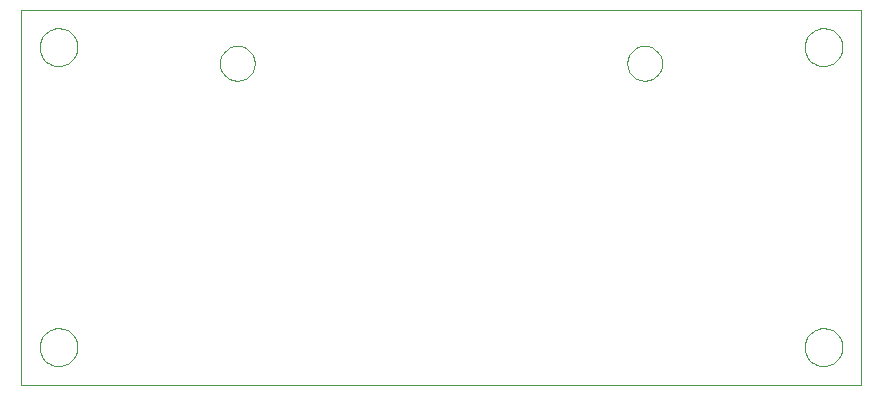
<source format=gm1>
G04 Output by ViewMate Deluxe V11.0.9  PentaLogix LLC*
G04 Thu Nov 20 16:07:25 2014*
%FSLAX33Y33*%
%MOMM*%
%IPPOS*%
%ADD107C,0.0*%

%LPD*%
X0Y0D2*D107*G1X66599Y3429D2*X66604Y3302D1*X66619Y3175*X66645Y3051*X66680Y2929*X66723Y2809*X66777Y2695*X66840Y2583*X66911Y2479*X66992Y2380*X67079Y2286*X67173Y2200*X67274Y2123*X67381Y2055*X67493Y1994*X67610Y1941*X67729Y1900*X67851Y1867*X67978Y1844*X68102Y1831*X68232Y1829*X68359Y1836*X68483Y1854*X68608Y1882*X68730Y1920*X68847Y1966*X68961Y2022*X69070Y2088*X69174Y2162*X69273Y2243*X69365Y2332*X69446Y2428*X69522Y2530*X69591Y2639*X69649Y2751*X69698Y2868*X69738Y2990*X69769Y3114*X69789Y3238*X69799Y3366*X69799Y3492*X69789Y3620*X69769Y3744*X69738Y3868*X69698Y3990*X69649Y4107*X69591Y4219*X69522Y4328*X69446Y4430*X69365Y4526*X69273Y4615*X69174Y4696*X69070Y4770*X68961Y4836*X68847Y4892*X68730Y4938*X68608Y4976*X68483Y5004*X68359Y5022*X68232Y5029*X68102Y5027*X67978Y5014*X67851Y4991*X67729Y4958*X67610Y4917*X67493Y4864*X67381Y4803*X67274Y4735*X67173Y4658*X67079Y4572*X66992Y4478*X66911Y4379*X66840Y4275*X66777Y4163*X66723Y4049*X66680Y3929*X66645Y3807*X66619Y3683*X66604Y3556*X66599Y3429*X66599Y28829D2*X66604Y28702D1*X66619Y28575*X66645Y28451*X66680Y28329*X66723Y28209*X66777Y28095*X66840Y27983*X66911Y27879*X66992Y27780*X67079Y27686*X67173Y27600*X67274Y27523*X67381Y27455*X67493Y27394*X67610Y27341*X67729Y27300*X67851Y27267*X67978Y27244*X68102Y27231*X68232Y27229*X68359Y27236*X68483Y27254*X68608Y27282*X68730Y27320*X68847Y27366*X68961Y27422*X69070Y27488*X69174Y27562*X69273Y27643*X69365Y27732*X69446Y27828*X69522Y27930*X69591Y28039*X69649Y28151*X69698Y28268*X69738Y28390*X69769Y28514*X69789Y28638*X69799Y28766*X69799Y28892*X69789Y29020*X69769Y29144*X69738Y29268*X69698Y29390*X69649Y29507*X69591Y29619*X69522Y29728*X69446Y29830*X69365Y29926*X69273Y30015*X69174Y30096*X69070Y30170*X68961Y30236*X68847Y30292*X68730Y30338*X68608Y30376*X68483Y30404*X68359Y30422*X68232Y30429*X68102Y30427*X67978Y30414*X67851Y30391*X67729Y30358*X67610Y30317*X67493Y30264*X67381Y30203*X67274Y30135*X67173Y30058*X67079Y29972*X66992Y29878*X66911Y29779*X66840Y29675*X66777Y29563*X66723Y29449*X66680Y29329*X66645Y29207*X66619Y29083*X66604Y28956*X66599Y28829*X51587Y27457D2*X51592Y27335D1*X51608Y27216*X51633Y27097*X51666Y26980*X51712Y26866*X51765Y26756*X51826Y26652*X51897Y26553*X51976Y26459*X52062Y26373*X52156Y26294*X52255Y26223*X52360Y26162*X52469Y26109*X52583Y26063*X52700Y26030*X52819Y26005*X52939Y25989*X53061Y25984*X53183Y25989*X53302Y26005*X53421Y26030*X53538Y26063*X53652Y26109*X53762Y26162*X53866Y26223*X53965Y26294*X54059Y26373*X54145Y26459*X54224Y26553*X54295Y26652*X54356Y26756*X54409Y26866*X54455Y26980*X54488Y27097*X54513Y27216*X54529Y27335*X54534Y27457*X54529Y27579*X54513Y27699*X54488Y27818*X54455Y27935*X54409Y28049*X54356Y28158*X54295Y28263*X54224Y28362*X54145Y28456*X54059Y28542*X53965Y28621*X53866Y28692*X53762Y28753*X53652Y28806*X53538Y28852*X53421Y28885*X53302Y28910*X53183Y28926*X53061Y28931*X52939Y28926*X52819Y28910*X52700Y28885*X52583Y28852*X52469Y28806*X52360Y28753*X52255Y28692*X52156Y28621*X52062Y28542*X51976Y28456*X51897Y28362*X51826Y28263*X51765Y28158*X51712Y28049*X51666Y27935*X51633Y27818*X51608Y27699*X51592Y27579*X51587Y27457*X1829Y28829D2*X1834Y28702D1*X1849Y28575*X1875Y28451*X1910Y28329*X1953Y28209*X2007Y28095*X2070Y27983*X2141Y27879*X2222Y27780*X2309Y27686*X2403Y27600*X2504Y27523*X2611Y27455*X2723Y27394*X2840Y27341*X2959Y27300*X3081Y27267*X3208Y27244*X3332Y27231*X3462Y27229*X3589Y27236*X3713Y27254*X3838Y27282*X3960Y27320*X4077Y27366*X4191Y27422*X4300Y27488*X4404Y27562*X4503Y27643*X4595Y27732*X4676Y27828*X4752Y27930*X4821Y28039*X4879Y28151*X4928Y28268*X4968Y28390*X4999Y28514*X5019Y28638*X5029Y28766*X5029Y28892*X5019Y29020*X4999Y29144*X4968Y29268*X4928Y29390*X4879Y29507*X4821Y29619*X4752Y29728*X4676Y29830*X4595Y29926*X4503Y30015*X4404Y30096*X4300Y30170*X4191Y30236*X4077Y30292*X3960Y30338*X3838Y30376*X3713Y30404*X3589Y30422*X3462Y30429*X3332Y30427*X3208Y30414*X3081Y30391*X2959Y30358*X2840Y30317*X2723Y30264*X2611Y30203*X2504Y30135*X2403Y30058*X2309Y29972*X2222Y29878*X2141Y29779*X2070Y29675*X2007Y29563*X1953Y29449*X1910Y29329*X1875Y29207*X1849Y29083*X1834Y28956*X1829Y28829*X17094Y27457D2*X17099Y27335D1*X17115Y27216*X17140Y27097*X17173Y26980*X17219Y26866*X17272Y26756*X17333Y26652*X17404Y26553*X17483Y26459*X17569Y26373*X17663Y26294*X17762Y26223*X17866Y26162*X17976Y26109*X18090Y26063*X18207Y26030*X18326Y26005*X18445Y25989*X18567Y25984*X18689Y25989*X18809Y26005*X18928Y26030*X19045Y26063*X19159Y26109*X19268Y26162*X19373Y26223*X19472Y26294*X19566Y26373*X19652Y26459*X19731Y26553*X19802Y26652*X19863Y26756*X19916Y26866*X19962Y26980*X19995Y27097*X20020Y27216*X20036Y27335*X20041Y27457*X20036Y27579*X20020Y27699*X19995Y27818*X19962Y27935*X19916Y28049*X19863Y28158*X19802Y28263*X19731Y28362*X19652Y28456*X19566Y28542*X19472Y28621*X19373Y28692*X19268Y28753*X19159Y28806*X19045Y28852*X18928Y28885*X18809Y28910*X18689Y28926*X18567Y28931*X18445Y28926*X18326Y28910*X18207Y28885*X18090Y28852*X17976Y28806*X17866Y28753*X17762Y28692*X17663Y28621*X17569Y28542*X17483Y28456*X17404Y28362*X17333Y28263*X17272Y28158*X17219Y28049*X17173Y27935*X17140Y27818*X17115Y27699*X17099Y27579*X17094Y27457*X1829Y3429D2*X1834Y3302D1*X1849Y3175*X1875Y3051*X1910Y2929*X1953Y2809*X2007Y2695*X2070Y2583*X2141Y2479*X2222Y2380*X2309Y2286*X2403Y2200*X2504Y2123*X2611Y2055*X2723Y1994*X2840Y1941*X2959Y1900*X3081Y1867*X3208Y1844*X3332Y1831*X3462Y1829*X3589Y1836*X3713Y1854*X3838Y1882*X3960Y1920*X4077Y1966*X4191Y2022*X4300Y2088*X4404Y2162*X4503Y2243*X4595Y2332*X4676Y2428*X4752Y2530*X4821Y2639*X4879Y2751*X4928Y2868*X4968Y2990*X4999Y3114*X5019Y3238*X5029Y3366*X5029Y3492*X5019Y3620*X4999Y3744*X4968Y3868*X4928Y3990*X4879Y4107*X4821Y4219*X4752Y4328*X4676Y4430*X4595Y4526*X4503Y4615*X4404Y4696*X4300Y4770*X4191Y4836*X4077Y4892*X3960Y4938*X3838Y4976*X3713Y5004*X3589Y5022*X3462Y5029*X3332Y5027*X3208Y5014*X3081Y4991*X2959Y4958*X2840Y4917*X2723Y4864*X2611Y4803*X2504Y4735*X2403Y4658*X2309Y4572*X2222Y4478*X2141Y4379*X2070Y4275*X2007Y4163*X1953Y4049*X1910Y3929*X1875Y3807*X1849Y3683*X1834Y3556*X1829Y3429*X254Y254D2*X71374Y254D1*X71374Y32004*X254Y32004*X254Y254*X0Y0D2*M02*
</source>
